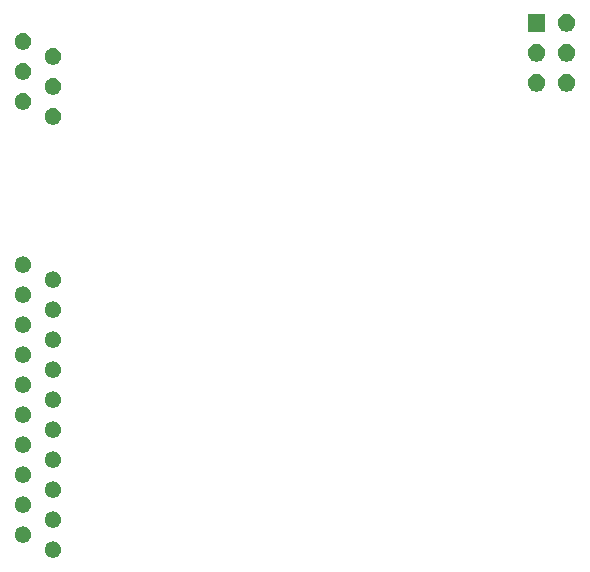
<source format=gbr>
G04 #@! TF.GenerationSoftware,KiCad,Pcbnew,(5.0.1)-4*
G04 #@! TF.CreationDate,2019-05-18T18:43:15-06:00*
G04 #@! TF.ProjectId,Brakelight_Shutdown_BSPD,4272616B656C696768745F5368757464,rev?*
G04 #@! TF.SameCoordinates,Original*
G04 #@! TF.FileFunction,Soldermask,Bot*
G04 #@! TF.FilePolarity,Negative*
%FSLAX46Y46*%
G04 Gerber Fmt 4.6, Leading zero omitted, Abs format (unit mm)*
G04 Created by KiCad (PCBNEW (5.0.1)-4) date 5/18/2019 6:43:15 PM*
%MOMM*%
%LPD*%
G01*
G04 APERTURE LIST*
%ADD10C,0.100000*%
G04 APERTURE END LIST*
D10*
G36*
X165406072Y-94677538D02*
X165533649Y-94730382D01*
X165648465Y-94807100D01*
X165746100Y-94904735D01*
X165822818Y-95019551D01*
X165875662Y-95147128D01*
X165902600Y-95282556D01*
X165902600Y-95420644D01*
X165875662Y-95556072D01*
X165822818Y-95683649D01*
X165746100Y-95798465D01*
X165648465Y-95896100D01*
X165533649Y-95972818D01*
X165406072Y-96025662D01*
X165270644Y-96052600D01*
X165132556Y-96052600D01*
X164997128Y-96025662D01*
X164869551Y-95972818D01*
X164754735Y-95896100D01*
X164657100Y-95798465D01*
X164580382Y-95683649D01*
X164527538Y-95556072D01*
X164500600Y-95420644D01*
X164500600Y-95282556D01*
X164527538Y-95147128D01*
X164580382Y-95019551D01*
X164657100Y-94904735D01*
X164754735Y-94807100D01*
X164869551Y-94730382D01*
X164997128Y-94677538D01*
X165132556Y-94650600D01*
X165270644Y-94650600D01*
X165406072Y-94677538D01*
X165406072Y-94677538D01*
G37*
G36*
X162866072Y-93407538D02*
X162993649Y-93460382D01*
X163108465Y-93537100D01*
X163206100Y-93634735D01*
X163282818Y-93749551D01*
X163335662Y-93877128D01*
X163362600Y-94012556D01*
X163362600Y-94150644D01*
X163335662Y-94286072D01*
X163282818Y-94413649D01*
X163206100Y-94528465D01*
X163108465Y-94626100D01*
X162993649Y-94702818D01*
X162866072Y-94755662D01*
X162730644Y-94782600D01*
X162592556Y-94782600D01*
X162457128Y-94755662D01*
X162329551Y-94702818D01*
X162214735Y-94626100D01*
X162117100Y-94528465D01*
X162040382Y-94413649D01*
X161987538Y-94286072D01*
X161960600Y-94150644D01*
X161960600Y-94012556D01*
X161987538Y-93877128D01*
X162040382Y-93749551D01*
X162117100Y-93634735D01*
X162214735Y-93537100D01*
X162329551Y-93460382D01*
X162457128Y-93407538D01*
X162592556Y-93380600D01*
X162730644Y-93380600D01*
X162866072Y-93407538D01*
X162866072Y-93407538D01*
G37*
G36*
X165406072Y-92137538D02*
X165533649Y-92190382D01*
X165648465Y-92267100D01*
X165746100Y-92364735D01*
X165822818Y-92479551D01*
X165875662Y-92607128D01*
X165902600Y-92742556D01*
X165902600Y-92880644D01*
X165875662Y-93016072D01*
X165822818Y-93143649D01*
X165746100Y-93258465D01*
X165648465Y-93356100D01*
X165533649Y-93432818D01*
X165406072Y-93485662D01*
X165270644Y-93512600D01*
X165132556Y-93512600D01*
X164997128Y-93485662D01*
X164869551Y-93432818D01*
X164754735Y-93356100D01*
X164657100Y-93258465D01*
X164580382Y-93143649D01*
X164527538Y-93016072D01*
X164500600Y-92880644D01*
X164500600Y-92742556D01*
X164527538Y-92607128D01*
X164580382Y-92479551D01*
X164657100Y-92364735D01*
X164754735Y-92267100D01*
X164869551Y-92190382D01*
X164997128Y-92137538D01*
X165132556Y-92110600D01*
X165270644Y-92110600D01*
X165406072Y-92137538D01*
X165406072Y-92137538D01*
G37*
G36*
X162866072Y-90867538D02*
X162993649Y-90920382D01*
X163108465Y-90997100D01*
X163206100Y-91094735D01*
X163282818Y-91209551D01*
X163335662Y-91337128D01*
X163362600Y-91472556D01*
X163362600Y-91610644D01*
X163335662Y-91746072D01*
X163282818Y-91873649D01*
X163206100Y-91988465D01*
X163108465Y-92086100D01*
X162993649Y-92162818D01*
X162866072Y-92215662D01*
X162730644Y-92242600D01*
X162592556Y-92242600D01*
X162457128Y-92215662D01*
X162329551Y-92162818D01*
X162214735Y-92086100D01*
X162117100Y-91988465D01*
X162040382Y-91873649D01*
X161987538Y-91746072D01*
X161960600Y-91610644D01*
X161960600Y-91472556D01*
X161987538Y-91337128D01*
X162040382Y-91209551D01*
X162117100Y-91094735D01*
X162214735Y-90997100D01*
X162329551Y-90920382D01*
X162457128Y-90867538D01*
X162592556Y-90840600D01*
X162730644Y-90840600D01*
X162866072Y-90867538D01*
X162866072Y-90867538D01*
G37*
G36*
X165406072Y-89597538D02*
X165533649Y-89650382D01*
X165648465Y-89727100D01*
X165746100Y-89824735D01*
X165822818Y-89939551D01*
X165875662Y-90067128D01*
X165902600Y-90202556D01*
X165902600Y-90340644D01*
X165875662Y-90476072D01*
X165822818Y-90603649D01*
X165746100Y-90718465D01*
X165648465Y-90816100D01*
X165533649Y-90892818D01*
X165406072Y-90945662D01*
X165270644Y-90972600D01*
X165132556Y-90972600D01*
X164997128Y-90945662D01*
X164869551Y-90892818D01*
X164754735Y-90816100D01*
X164657100Y-90718465D01*
X164580382Y-90603649D01*
X164527538Y-90476072D01*
X164500600Y-90340644D01*
X164500600Y-90202556D01*
X164527538Y-90067128D01*
X164580382Y-89939551D01*
X164657100Y-89824735D01*
X164754735Y-89727100D01*
X164869551Y-89650382D01*
X164997128Y-89597538D01*
X165132556Y-89570600D01*
X165270644Y-89570600D01*
X165406072Y-89597538D01*
X165406072Y-89597538D01*
G37*
G36*
X162866072Y-88327538D02*
X162993649Y-88380382D01*
X163108465Y-88457100D01*
X163206100Y-88554735D01*
X163282818Y-88669551D01*
X163335662Y-88797128D01*
X163362600Y-88932556D01*
X163362600Y-89070644D01*
X163335662Y-89206072D01*
X163282818Y-89333649D01*
X163206100Y-89448465D01*
X163108465Y-89546100D01*
X162993649Y-89622818D01*
X162866072Y-89675662D01*
X162730644Y-89702600D01*
X162592556Y-89702600D01*
X162457128Y-89675662D01*
X162329551Y-89622818D01*
X162214735Y-89546100D01*
X162117100Y-89448465D01*
X162040382Y-89333649D01*
X161987538Y-89206072D01*
X161960600Y-89070644D01*
X161960600Y-88932556D01*
X161987538Y-88797128D01*
X162040382Y-88669551D01*
X162117100Y-88554735D01*
X162214735Y-88457100D01*
X162329551Y-88380382D01*
X162457128Y-88327538D01*
X162592556Y-88300600D01*
X162730644Y-88300600D01*
X162866072Y-88327538D01*
X162866072Y-88327538D01*
G37*
G36*
X165406072Y-87057538D02*
X165533649Y-87110382D01*
X165648465Y-87187100D01*
X165746100Y-87284735D01*
X165822818Y-87399551D01*
X165875662Y-87527128D01*
X165902600Y-87662556D01*
X165902600Y-87800644D01*
X165875662Y-87936072D01*
X165822818Y-88063649D01*
X165746100Y-88178465D01*
X165648465Y-88276100D01*
X165533649Y-88352818D01*
X165406072Y-88405662D01*
X165270644Y-88432600D01*
X165132556Y-88432600D01*
X164997128Y-88405662D01*
X164869551Y-88352818D01*
X164754735Y-88276100D01*
X164657100Y-88178465D01*
X164580382Y-88063649D01*
X164527538Y-87936072D01*
X164500600Y-87800644D01*
X164500600Y-87662556D01*
X164527538Y-87527128D01*
X164580382Y-87399551D01*
X164657100Y-87284735D01*
X164754735Y-87187100D01*
X164869551Y-87110382D01*
X164997128Y-87057538D01*
X165132556Y-87030600D01*
X165270644Y-87030600D01*
X165406072Y-87057538D01*
X165406072Y-87057538D01*
G37*
G36*
X162866072Y-85787538D02*
X162993649Y-85840382D01*
X163108465Y-85917100D01*
X163206100Y-86014735D01*
X163282818Y-86129551D01*
X163335662Y-86257128D01*
X163362600Y-86392556D01*
X163362600Y-86530644D01*
X163335662Y-86666072D01*
X163282818Y-86793649D01*
X163206100Y-86908465D01*
X163108465Y-87006100D01*
X162993649Y-87082818D01*
X162866072Y-87135662D01*
X162730644Y-87162600D01*
X162592556Y-87162600D01*
X162457128Y-87135662D01*
X162329551Y-87082818D01*
X162214735Y-87006100D01*
X162117100Y-86908465D01*
X162040382Y-86793649D01*
X161987538Y-86666072D01*
X161960600Y-86530644D01*
X161960600Y-86392556D01*
X161987538Y-86257128D01*
X162040382Y-86129551D01*
X162117100Y-86014735D01*
X162214735Y-85917100D01*
X162329551Y-85840382D01*
X162457128Y-85787538D01*
X162592556Y-85760600D01*
X162730644Y-85760600D01*
X162866072Y-85787538D01*
X162866072Y-85787538D01*
G37*
G36*
X165406072Y-84517538D02*
X165533649Y-84570382D01*
X165648465Y-84647100D01*
X165746100Y-84744735D01*
X165822818Y-84859551D01*
X165875662Y-84987128D01*
X165902600Y-85122556D01*
X165902600Y-85260644D01*
X165875662Y-85396072D01*
X165822818Y-85523649D01*
X165746100Y-85638465D01*
X165648465Y-85736100D01*
X165533649Y-85812818D01*
X165406072Y-85865662D01*
X165270644Y-85892600D01*
X165132556Y-85892600D01*
X164997128Y-85865662D01*
X164869551Y-85812818D01*
X164754735Y-85736100D01*
X164657100Y-85638465D01*
X164580382Y-85523649D01*
X164527538Y-85396072D01*
X164500600Y-85260644D01*
X164500600Y-85122556D01*
X164527538Y-84987128D01*
X164580382Y-84859551D01*
X164657100Y-84744735D01*
X164754735Y-84647100D01*
X164869551Y-84570382D01*
X164997128Y-84517538D01*
X165132556Y-84490600D01*
X165270644Y-84490600D01*
X165406072Y-84517538D01*
X165406072Y-84517538D01*
G37*
G36*
X162866072Y-83247538D02*
X162993649Y-83300382D01*
X163108465Y-83377100D01*
X163206100Y-83474735D01*
X163282818Y-83589551D01*
X163335662Y-83717128D01*
X163362600Y-83852556D01*
X163362600Y-83990644D01*
X163335662Y-84126072D01*
X163282818Y-84253649D01*
X163206100Y-84368465D01*
X163108465Y-84466100D01*
X162993649Y-84542818D01*
X162866072Y-84595662D01*
X162730644Y-84622600D01*
X162592556Y-84622600D01*
X162457128Y-84595662D01*
X162329551Y-84542818D01*
X162214735Y-84466100D01*
X162117100Y-84368465D01*
X162040382Y-84253649D01*
X161987538Y-84126072D01*
X161960600Y-83990644D01*
X161960600Y-83852556D01*
X161987538Y-83717128D01*
X162040382Y-83589551D01*
X162117100Y-83474735D01*
X162214735Y-83377100D01*
X162329551Y-83300382D01*
X162457128Y-83247538D01*
X162592556Y-83220600D01*
X162730644Y-83220600D01*
X162866072Y-83247538D01*
X162866072Y-83247538D01*
G37*
G36*
X165406072Y-81977538D02*
X165533649Y-82030382D01*
X165648465Y-82107100D01*
X165746100Y-82204735D01*
X165822818Y-82319551D01*
X165875662Y-82447128D01*
X165902600Y-82582556D01*
X165902600Y-82720644D01*
X165875662Y-82856072D01*
X165822818Y-82983649D01*
X165746100Y-83098465D01*
X165648465Y-83196100D01*
X165533649Y-83272818D01*
X165406072Y-83325662D01*
X165270644Y-83352600D01*
X165132556Y-83352600D01*
X164997128Y-83325662D01*
X164869551Y-83272818D01*
X164754735Y-83196100D01*
X164657100Y-83098465D01*
X164580382Y-82983649D01*
X164527538Y-82856072D01*
X164500600Y-82720644D01*
X164500600Y-82582556D01*
X164527538Y-82447128D01*
X164580382Y-82319551D01*
X164657100Y-82204735D01*
X164754735Y-82107100D01*
X164869551Y-82030382D01*
X164997128Y-81977538D01*
X165132556Y-81950600D01*
X165270644Y-81950600D01*
X165406072Y-81977538D01*
X165406072Y-81977538D01*
G37*
G36*
X162866072Y-80707538D02*
X162993649Y-80760382D01*
X163108465Y-80837100D01*
X163206100Y-80934735D01*
X163282818Y-81049551D01*
X163335662Y-81177128D01*
X163362600Y-81312556D01*
X163362600Y-81450644D01*
X163335662Y-81586072D01*
X163282818Y-81713649D01*
X163206100Y-81828465D01*
X163108465Y-81926100D01*
X162993649Y-82002818D01*
X162866072Y-82055662D01*
X162730644Y-82082600D01*
X162592556Y-82082600D01*
X162457128Y-82055662D01*
X162329551Y-82002818D01*
X162214735Y-81926100D01*
X162117100Y-81828465D01*
X162040382Y-81713649D01*
X161987538Y-81586072D01*
X161960600Y-81450644D01*
X161960600Y-81312556D01*
X161987538Y-81177128D01*
X162040382Y-81049551D01*
X162117100Y-80934735D01*
X162214735Y-80837100D01*
X162329551Y-80760382D01*
X162457128Y-80707538D01*
X162592556Y-80680600D01*
X162730644Y-80680600D01*
X162866072Y-80707538D01*
X162866072Y-80707538D01*
G37*
G36*
X165406072Y-79437538D02*
X165533649Y-79490382D01*
X165648465Y-79567100D01*
X165746100Y-79664735D01*
X165822818Y-79779551D01*
X165875662Y-79907128D01*
X165902600Y-80042556D01*
X165902600Y-80180644D01*
X165875662Y-80316072D01*
X165822818Y-80443649D01*
X165746100Y-80558465D01*
X165648465Y-80656100D01*
X165533649Y-80732818D01*
X165406072Y-80785662D01*
X165270644Y-80812600D01*
X165132556Y-80812600D01*
X164997128Y-80785662D01*
X164869551Y-80732818D01*
X164754735Y-80656100D01*
X164657100Y-80558465D01*
X164580382Y-80443649D01*
X164527538Y-80316072D01*
X164500600Y-80180644D01*
X164500600Y-80042556D01*
X164527538Y-79907128D01*
X164580382Y-79779551D01*
X164657100Y-79664735D01*
X164754735Y-79567100D01*
X164869551Y-79490382D01*
X164997128Y-79437538D01*
X165132556Y-79410600D01*
X165270644Y-79410600D01*
X165406072Y-79437538D01*
X165406072Y-79437538D01*
G37*
G36*
X162866072Y-78167538D02*
X162993649Y-78220382D01*
X163108465Y-78297100D01*
X163206100Y-78394735D01*
X163282818Y-78509551D01*
X163335662Y-78637128D01*
X163362600Y-78772556D01*
X163362600Y-78910644D01*
X163335662Y-79046072D01*
X163282818Y-79173649D01*
X163206100Y-79288465D01*
X163108465Y-79386100D01*
X162993649Y-79462818D01*
X162866072Y-79515662D01*
X162730644Y-79542600D01*
X162592556Y-79542600D01*
X162457128Y-79515662D01*
X162329551Y-79462818D01*
X162214735Y-79386100D01*
X162117100Y-79288465D01*
X162040382Y-79173649D01*
X161987538Y-79046072D01*
X161960600Y-78910644D01*
X161960600Y-78772556D01*
X161987538Y-78637128D01*
X162040382Y-78509551D01*
X162117100Y-78394735D01*
X162214735Y-78297100D01*
X162329551Y-78220382D01*
X162457128Y-78167538D01*
X162592556Y-78140600D01*
X162730644Y-78140600D01*
X162866072Y-78167538D01*
X162866072Y-78167538D01*
G37*
G36*
X165406072Y-76897538D02*
X165533649Y-76950382D01*
X165648465Y-77027100D01*
X165746100Y-77124735D01*
X165822818Y-77239551D01*
X165875662Y-77367128D01*
X165902600Y-77502556D01*
X165902600Y-77640644D01*
X165875662Y-77776072D01*
X165822818Y-77903649D01*
X165746100Y-78018465D01*
X165648465Y-78116100D01*
X165533649Y-78192818D01*
X165406072Y-78245662D01*
X165270644Y-78272600D01*
X165132556Y-78272600D01*
X164997128Y-78245662D01*
X164869551Y-78192818D01*
X164754735Y-78116100D01*
X164657100Y-78018465D01*
X164580382Y-77903649D01*
X164527538Y-77776072D01*
X164500600Y-77640644D01*
X164500600Y-77502556D01*
X164527538Y-77367128D01*
X164580382Y-77239551D01*
X164657100Y-77124735D01*
X164754735Y-77027100D01*
X164869551Y-76950382D01*
X164997128Y-76897538D01*
X165132556Y-76870600D01*
X165270644Y-76870600D01*
X165406072Y-76897538D01*
X165406072Y-76897538D01*
G37*
G36*
X162866072Y-75627538D02*
X162993649Y-75680382D01*
X163108465Y-75757100D01*
X163206100Y-75854735D01*
X163282818Y-75969551D01*
X163335662Y-76097128D01*
X163362600Y-76232556D01*
X163362600Y-76370644D01*
X163335662Y-76506072D01*
X163282818Y-76633649D01*
X163206100Y-76748465D01*
X163108465Y-76846100D01*
X162993649Y-76922818D01*
X162866072Y-76975662D01*
X162730644Y-77002600D01*
X162592556Y-77002600D01*
X162457128Y-76975662D01*
X162329551Y-76922818D01*
X162214735Y-76846100D01*
X162117100Y-76748465D01*
X162040382Y-76633649D01*
X161987538Y-76506072D01*
X161960600Y-76370644D01*
X161960600Y-76232556D01*
X161987538Y-76097128D01*
X162040382Y-75969551D01*
X162117100Y-75854735D01*
X162214735Y-75757100D01*
X162329551Y-75680382D01*
X162457128Y-75627538D01*
X162592556Y-75600600D01*
X162730644Y-75600600D01*
X162866072Y-75627538D01*
X162866072Y-75627538D01*
G37*
G36*
X165406072Y-74357538D02*
X165533649Y-74410382D01*
X165648465Y-74487100D01*
X165746100Y-74584735D01*
X165822818Y-74699551D01*
X165875662Y-74827128D01*
X165902600Y-74962556D01*
X165902600Y-75100644D01*
X165875662Y-75236072D01*
X165822818Y-75363649D01*
X165746100Y-75478465D01*
X165648465Y-75576100D01*
X165533649Y-75652818D01*
X165406072Y-75705662D01*
X165270644Y-75732600D01*
X165132556Y-75732600D01*
X164997128Y-75705662D01*
X164869551Y-75652818D01*
X164754735Y-75576100D01*
X164657100Y-75478465D01*
X164580382Y-75363649D01*
X164527538Y-75236072D01*
X164500600Y-75100644D01*
X164500600Y-74962556D01*
X164527538Y-74827128D01*
X164580382Y-74699551D01*
X164657100Y-74584735D01*
X164754735Y-74487100D01*
X164869551Y-74410382D01*
X164997128Y-74357538D01*
X165132556Y-74330600D01*
X165270644Y-74330600D01*
X165406072Y-74357538D01*
X165406072Y-74357538D01*
G37*
G36*
X162866072Y-73087538D02*
X162993649Y-73140382D01*
X163108465Y-73217100D01*
X163206100Y-73314735D01*
X163282818Y-73429551D01*
X163335662Y-73557128D01*
X163362600Y-73692556D01*
X163362600Y-73830644D01*
X163335662Y-73966072D01*
X163282818Y-74093649D01*
X163206100Y-74208465D01*
X163108465Y-74306100D01*
X162993649Y-74382818D01*
X162866072Y-74435662D01*
X162730644Y-74462600D01*
X162592556Y-74462600D01*
X162457128Y-74435662D01*
X162329551Y-74382818D01*
X162214735Y-74306100D01*
X162117100Y-74208465D01*
X162040382Y-74093649D01*
X161987538Y-73966072D01*
X161960600Y-73830644D01*
X161960600Y-73692556D01*
X161987538Y-73557128D01*
X162040382Y-73429551D01*
X162117100Y-73314735D01*
X162214735Y-73217100D01*
X162329551Y-73140382D01*
X162457128Y-73087538D01*
X162592556Y-73060600D01*
X162730644Y-73060600D01*
X162866072Y-73087538D01*
X162866072Y-73087538D01*
G37*
G36*
X165406072Y-71817538D02*
X165533649Y-71870382D01*
X165648465Y-71947100D01*
X165746100Y-72044735D01*
X165822818Y-72159551D01*
X165875662Y-72287128D01*
X165902600Y-72422556D01*
X165902600Y-72560644D01*
X165875662Y-72696072D01*
X165822818Y-72823649D01*
X165746100Y-72938465D01*
X165648465Y-73036100D01*
X165533649Y-73112818D01*
X165406072Y-73165662D01*
X165270644Y-73192600D01*
X165132556Y-73192600D01*
X164997128Y-73165662D01*
X164869551Y-73112818D01*
X164754735Y-73036100D01*
X164657100Y-72938465D01*
X164580382Y-72823649D01*
X164527538Y-72696072D01*
X164500600Y-72560644D01*
X164500600Y-72422556D01*
X164527538Y-72287128D01*
X164580382Y-72159551D01*
X164657100Y-72044735D01*
X164754735Y-71947100D01*
X164869551Y-71870382D01*
X164997128Y-71817538D01*
X165132556Y-71790600D01*
X165270644Y-71790600D01*
X165406072Y-71817538D01*
X165406072Y-71817538D01*
G37*
G36*
X162866072Y-70547538D02*
X162993649Y-70600382D01*
X163108465Y-70677100D01*
X163206100Y-70774735D01*
X163282818Y-70889551D01*
X163335662Y-71017128D01*
X163362600Y-71152556D01*
X163362600Y-71290644D01*
X163335662Y-71426072D01*
X163282818Y-71553649D01*
X163206100Y-71668465D01*
X163108465Y-71766100D01*
X162993649Y-71842818D01*
X162866072Y-71895662D01*
X162730644Y-71922600D01*
X162592556Y-71922600D01*
X162457128Y-71895662D01*
X162329551Y-71842818D01*
X162214735Y-71766100D01*
X162117100Y-71668465D01*
X162040382Y-71553649D01*
X161987538Y-71426072D01*
X161960600Y-71290644D01*
X161960600Y-71152556D01*
X161987538Y-71017128D01*
X162040382Y-70889551D01*
X162117100Y-70774735D01*
X162214735Y-70677100D01*
X162329551Y-70600382D01*
X162457128Y-70547538D01*
X162592556Y-70520600D01*
X162730644Y-70520600D01*
X162866072Y-70547538D01*
X162866072Y-70547538D01*
G37*
G36*
X165406072Y-57999938D02*
X165533649Y-58052782D01*
X165648465Y-58129500D01*
X165746100Y-58227135D01*
X165822818Y-58341951D01*
X165875662Y-58469528D01*
X165902600Y-58604956D01*
X165902600Y-58743044D01*
X165875662Y-58878472D01*
X165822818Y-59006049D01*
X165746100Y-59120865D01*
X165648465Y-59218500D01*
X165533649Y-59295218D01*
X165406072Y-59348062D01*
X165270644Y-59375000D01*
X165132556Y-59375000D01*
X164997128Y-59348062D01*
X164869551Y-59295218D01*
X164754735Y-59218500D01*
X164657100Y-59120865D01*
X164580382Y-59006049D01*
X164527538Y-58878472D01*
X164500600Y-58743044D01*
X164500600Y-58604956D01*
X164527538Y-58469528D01*
X164580382Y-58341951D01*
X164657100Y-58227135D01*
X164754735Y-58129500D01*
X164869551Y-58052782D01*
X164997128Y-57999938D01*
X165132556Y-57973000D01*
X165270644Y-57973000D01*
X165406072Y-57999938D01*
X165406072Y-57999938D01*
G37*
G36*
X162866072Y-56729938D02*
X162993649Y-56782782D01*
X163108465Y-56859500D01*
X163206100Y-56957135D01*
X163282818Y-57071951D01*
X163335662Y-57199528D01*
X163362600Y-57334956D01*
X163362600Y-57473044D01*
X163335662Y-57608472D01*
X163282818Y-57736049D01*
X163206100Y-57850865D01*
X163108465Y-57948500D01*
X162993649Y-58025218D01*
X162866072Y-58078062D01*
X162730644Y-58105000D01*
X162592556Y-58105000D01*
X162457128Y-58078062D01*
X162329551Y-58025218D01*
X162214735Y-57948500D01*
X162117100Y-57850865D01*
X162040382Y-57736049D01*
X161987538Y-57608472D01*
X161960600Y-57473044D01*
X161960600Y-57334956D01*
X161987538Y-57199528D01*
X162040382Y-57071951D01*
X162117100Y-56957135D01*
X162214735Y-56859500D01*
X162329551Y-56782782D01*
X162457128Y-56729938D01*
X162592556Y-56703000D01*
X162730644Y-56703000D01*
X162866072Y-56729938D01*
X162866072Y-56729938D01*
G37*
G36*
X165406072Y-55459938D02*
X165533649Y-55512782D01*
X165648465Y-55589500D01*
X165746100Y-55687135D01*
X165822818Y-55801951D01*
X165875662Y-55929528D01*
X165902600Y-56064956D01*
X165902600Y-56203044D01*
X165875662Y-56338472D01*
X165822818Y-56466049D01*
X165746100Y-56580865D01*
X165648465Y-56678500D01*
X165533649Y-56755218D01*
X165406072Y-56808062D01*
X165270644Y-56835000D01*
X165132556Y-56835000D01*
X164997128Y-56808062D01*
X164869551Y-56755218D01*
X164754735Y-56678500D01*
X164657100Y-56580865D01*
X164580382Y-56466049D01*
X164527538Y-56338472D01*
X164500600Y-56203044D01*
X164500600Y-56064956D01*
X164527538Y-55929528D01*
X164580382Y-55801951D01*
X164657100Y-55687135D01*
X164754735Y-55589500D01*
X164869551Y-55512782D01*
X164997128Y-55459938D01*
X165132556Y-55433000D01*
X165270644Y-55433000D01*
X165406072Y-55459938D01*
X165406072Y-55459938D01*
G37*
G36*
X208818404Y-55089744D02*
X208905459Y-55107060D01*
X209042132Y-55163672D01*
X209163479Y-55244754D01*
X209165138Y-55245862D01*
X209269738Y-55350462D01*
X209269740Y-55350465D01*
X209351928Y-55473468D01*
X209408540Y-55610141D01*
X209437400Y-55755233D01*
X209437400Y-55903167D01*
X209408540Y-56048259D01*
X209351928Y-56184932D01*
X209351927Y-56184933D01*
X209269738Y-56307938D01*
X209165138Y-56412538D01*
X209165135Y-56412540D01*
X209042132Y-56494728D01*
X208905459Y-56551340D01*
X208818404Y-56568656D01*
X208760369Y-56580200D01*
X208612431Y-56580200D01*
X208554396Y-56568656D01*
X208467341Y-56551340D01*
X208330668Y-56494728D01*
X208207665Y-56412540D01*
X208207662Y-56412538D01*
X208103062Y-56307938D01*
X208020873Y-56184933D01*
X208020872Y-56184932D01*
X207964260Y-56048259D01*
X207935400Y-55903167D01*
X207935400Y-55755233D01*
X207964260Y-55610141D01*
X208020872Y-55473468D01*
X208103060Y-55350465D01*
X208103062Y-55350462D01*
X208207662Y-55245862D01*
X208209321Y-55244754D01*
X208330668Y-55163672D01*
X208467341Y-55107060D01*
X208554396Y-55089744D01*
X208612431Y-55078200D01*
X208760369Y-55078200D01*
X208818404Y-55089744D01*
X208818404Y-55089744D01*
G37*
G36*
X206278404Y-55089744D02*
X206365459Y-55107060D01*
X206502132Y-55163672D01*
X206623479Y-55244754D01*
X206625138Y-55245862D01*
X206729738Y-55350462D01*
X206729740Y-55350465D01*
X206811928Y-55473468D01*
X206868540Y-55610141D01*
X206897400Y-55755233D01*
X206897400Y-55903167D01*
X206868540Y-56048259D01*
X206811928Y-56184932D01*
X206811927Y-56184933D01*
X206729738Y-56307938D01*
X206625138Y-56412538D01*
X206625135Y-56412540D01*
X206502132Y-56494728D01*
X206365459Y-56551340D01*
X206278404Y-56568656D01*
X206220369Y-56580200D01*
X206072431Y-56580200D01*
X206014396Y-56568656D01*
X205927341Y-56551340D01*
X205790668Y-56494728D01*
X205667665Y-56412540D01*
X205667662Y-56412538D01*
X205563062Y-56307938D01*
X205480873Y-56184933D01*
X205480872Y-56184932D01*
X205424260Y-56048259D01*
X205395400Y-55903167D01*
X205395400Y-55755233D01*
X205424260Y-55610141D01*
X205480872Y-55473468D01*
X205563060Y-55350465D01*
X205563062Y-55350462D01*
X205667662Y-55245862D01*
X205669321Y-55244754D01*
X205790668Y-55163672D01*
X205927341Y-55107060D01*
X206014396Y-55089744D01*
X206072431Y-55078200D01*
X206220369Y-55078200D01*
X206278404Y-55089744D01*
X206278404Y-55089744D01*
G37*
G36*
X162866072Y-54189938D02*
X162993649Y-54242782D01*
X163108465Y-54319500D01*
X163206100Y-54417135D01*
X163282818Y-54531951D01*
X163335662Y-54659528D01*
X163362600Y-54794956D01*
X163362600Y-54933044D01*
X163335662Y-55068472D01*
X163282818Y-55196049D01*
X163206100Y-55310865D01*
X163108465Y-55408500D01*
X162993649Y-55485218D01*
X162866072Y-55538062D01*
X162730644Y-55565000D01*
X162592556Y-55565000D01*
X162457128Y-55538062D01*
X162329551Y-55485218D01*
X162214735Y-55408500D01*
X162117100Y-55310865D01*
X162040382Y-55196049D01*
X161987538Y-55068472D01*
X161960600Y-54933044D01*
X161960600Y-54794956D01*
X161987538Y-54659528D01*
X162040382Y-54531951D01*
X162117100Y-54417135D01*
X162214735Y-54319500D01*
X162329551Y-54242782D01*
X162457128Y-54189938D01*
X162592556Y-54163000D01*
X162730644Y-54163000D01*
X162866072Y-54189938D01*
X162866072Y-54189938D01*
G37*
G36*
X165406072Y-52919938D02*
X165533649Y-52972782D01*
X165648465Y-53049500D01*
X165746100Y-53147135D01*
X165822818Y-53261951D01*
X165875662Y-53389528D01*
X165902600Y-53524956D01*
X165902600Y-53663044D01*
X165875662Y-53798472D01*
X165822818Y-53926049D01*
X165746100Y-54040865D01*
X165648465Y-54138500D01*
X165533649Y-54215218D01*
X165406072Y-54268062D01*
X165270644Y-54295000D01*
X165132556Y-54295000D01*
X164997128Y-54268062D01*
X164869551Y-54215218D01*
X164754735Y-54138500D01*
X164657100Y-54040865D01*
X164580382Y-53926049D01*
X164527538Y-53798472D01*
X164500600Y-53663044D01*
X164500600Y-53524956D01*
X164527538Y-53389528D01*
X164580382Y-53261951D01*
X164657100Y-53147135D01*
X164754735Y-53049500D01*
X164869551Y-52972782D01*
X164997128Y-52919938D01*
X165132556Y-52893000D01*
X165270644Y-52893000D01*
X165406072Y-52919938D01*
X165406072Y-52919938D01*
G37*
G36*
X208818404Y-52549744D02*
X208905459Y-52567060D01*
X209042132Y-52623672D01*
X209163479Y-52704754D01*
X209165138Y-52705862D01*
X209269738Y-52810462D01*
X209269740Y-52810465D01*
X209351928Y-52933468D01*
X209408540Y-53070141D01*
X209437400Y-53215233D01*
X209437400Y-53363167D01*
X209408540Y-53508259D01*
X209351928Y-53644932D01*
X209351927Y-53644933D01*
X209269738Y-53767938D01*
X209165138Y-53872538D01*
X209165135Y-53872540D01*
X209042132Y-53954728D01*
X208905459Y-54011340D01*
X208818404Y-54028656D01*
X208760369Y-54040200D01*
X208612431Y-54040200D01*
X208554396Y-54028656D01*
X208467341Y-54011340D01*
X208330668Y-53954728D01*
X208207665Y-53872540D01*
X208207662Y-53872538D01*
X208103062Y-53767938D01*
X208020873Y-53644933D01*
X208020872Y-53644932D01*
X207964260Y-53508259D01*
X207935400Y-53363167D01*
X207935400Y-53215233D01*
X207964260Y-53070141D01*
X208020872Y-52933468D01*
X208103060Y-52810465D01*
X208103062Y-52810462D01*
X208207662Y-52705862D01*
X208209321Y-52704754D01*
X208330668Y-52623672D01*
X208467341Y-52567060D01*
X208554396Y-52549744D01*
X208612431Y-52538200D01*
X208760369Y-52538200D01*
X208818404Y-52549744D01*
X208818404Y-52549744D01*
G37*
G36*
X206278404Y-52549744D02*
X206365459Y-52567060D01*
X206502132Y-52623672D01*
X206623479Y-52704754D01*
X206625138Y-52705862D01*
X206729738Y-52810462D01*
X206729740Y-52810465D01*
X206811928Y-52933468D01*
X206868540Y-53070141D01*
X206897400Y-53215233D01*
X206897400Y-53363167D01*
X206868540Y-53508259D01*
X206811928Y-53644932D01*
X206811927Y-53644933D01*
X206729738Y-53767938D01*
X206625138Y-53872538D01*
X206625135Y-53872540D01*
X206502132Y-53954728D01*
X206365459Y-54011340D01*
X206278404Y-54028656D01*
X206220369Y-54040200D01*
X206072431Y-54040200D01*
X206014396Y-54028656D01*
X205927341Y-54011340D01*
X205790668Y-53954728D01*
X205667665Y-53872540D01*
X205667662Y-53872538D01*
X205563062Y-53767938D01*
X205480873Y-53644933D01*
X205480872Y-53644932D01*
X205424260Y-53508259D01*
X205395400Y-53363167D01*
X205395400Y-53215233D01*
X205424260Y-53070141D01*
X205480872Y-52933468D01*
X205563060Y-52810465D01*
X205563062Y-52810462D01*
X205667662Y-52705862D01*
X205669321Y-52704754D01*
X205790668Y-52623672D01*
X205927341Y-52567060D01*
X206014396Y-52549744D01*
X206072431Y-52538200D01*
X206220369Y-52538200D01*
X206278404Y-52549744D01*
X206278404Y-52549744D01*
G37*
G36*
X162866072Y-51649938D02*
X162993649Y-51702782D01*
X163108465Y-51779500D01*
X163206100Y-51877135D01*
X163282818Y-51991951D01*
X163335662Y-52119528D01*
X163362600Y-52254956D01*
X163362600Y-52393044D01*
X163335662Y-52528472D01*
X163282818Y-52656049D01*
X163206100Y-52770865D01*
X163108465Y-52868500D01*
X162993649Y-52945218D01*
X162866072Y-52998062D01*
X162730644Y-53025000D01*
X162592556Y-53025000D01*
X162457128Y-52998062D01*
X162329551Y-52945218D01*
X162214735Y-52868500D01*
X162117100Y-52770865D01*
X162040382Y-52656049D01*
X161987538Y-52528472D01*
X161960600Y-52393044D01*
X161960600Y-52254956D01*
X161987538Y-52119528D01*
X162040382Y-51991951D01*
X162117100Y-51877135D01*
X162214735Y-51779500D01*
X162329551Y-51702782D01*
X162457128Y-51649938D01*
X162592556Y-51623000D01*
X162730644Y-51623000D01*
X162866072Y-51649938D01*
X162866072Y-51649938D01*
G37*
G36*
X206897400Y-51500200D02*
X205395400Y-51500200D01*
X205395400Y-49998200D01*
X206897400Y-49998200D01*
X206897400Y-51500200D01*
X206897400Y-51500200D01*
G37*
G36*
X208818404Y-50009744D02*
X208905459Y-50027060D01*
X209042132Y-50083672D01*
X209042133Y-50083673D01*
X209165138Y-50165862D01*
X209269738Y-50270462D01*
X209269740Y-50270465D01*
X209351928Y-50393468D01*
X209408540Y-50530141D01*
X209437400Y-50675233D01*
X209437400Y-50823167D01*
X209408540Y-50968259D01*
X209351928Y-51104932D01*
X209351927Y-51104933D01*
X209269738Y-51227938D01*
X209165138Y-51332538D01*
X209165135Y-51332540D01*
X209042132Y-51414728D01*
X208905459Y-51471340D01*
X208818404Y-51488656D01*
X208760369Y-51500200D01*
X208612431Y-51500200D01*
X208554396Y-51488656D01*
X208467341Y-51471340D01*
X208330668Y-51414728D01*
X208207665Y-51332540D01*
X208207662Y-51332538D01*
X208103062Y-51227938D01*
X208020873Y-51104933D01*
X208020872Y-51104932D01*
X207964260Y-50968259D01*
X207935400Y-50823167D01*
X207935400Y-50675233D01*
X207964260Y-50530141D01*
X208020872Y-50393468D01*
X208103060Y-50270465D01*
X208103062Y-50270462D01*
X208207662Y-50165862D01*
X208330667Y-50083673D01*
X208330668Y-50083672D01*
X208467341Y-50027060D01*
X208554396Y-50009744D01*
X208612431Y-49998200D01*
X208760369Y-49998200D01*
X208818404Y-50009744D01*
X208818404Y-50009744D01*
G37*
M02*

</source>
